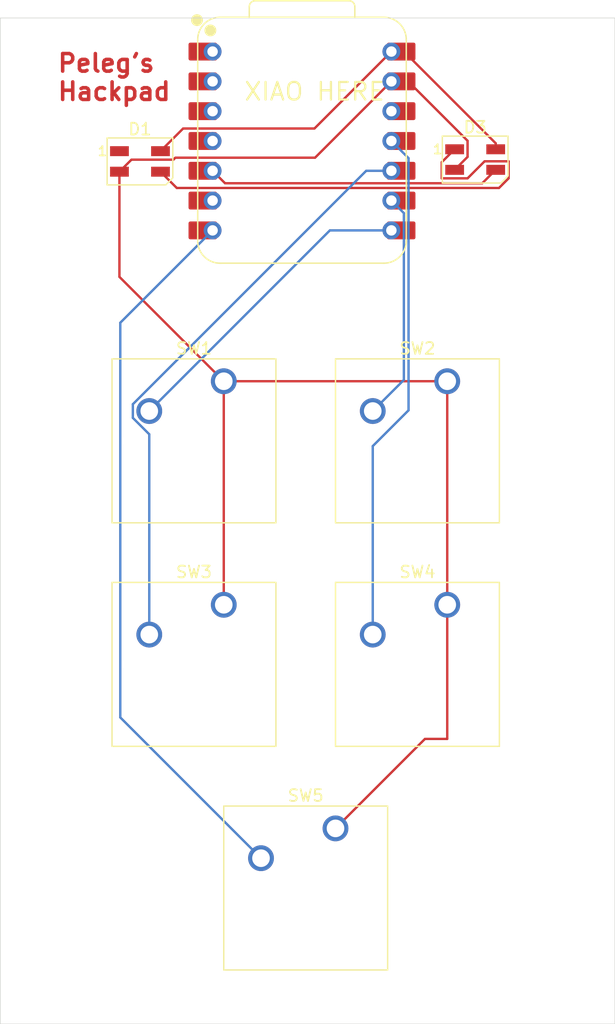
<source format=kicad_pcb>
(kicad_pcb (version 20241229) (generator "pcbnew") (generator_version "9.0")
  (layers (0 "F.Cu" signal) (2 "B.Cu" signal) (13 "F.Paste" user) (15 "B.Paste" user) (5 "F.SilkS" user "F.Silkscreen") (7 "B.SilkS" user "B.Silkscreen") (1 "F.Mask" user) (3 "B.Mask" user) (25 "Edge.Cuts" user))
  (net 0 "")
  (net 1 "GND")
  (net 3 "Net-(D1-DIN)")
  (net 4 "+5V")
  (net 5 "Net-(D3-DIN)")
  (net 6 "Net-(U1-GPIO1{slash}RX)")
  (net 7 "Net-(U1-GPIO2{slash}SCK)")
  (net 8 "Net-(U1-GPIO4{slash}MISO)")
  (net 9 "Net-(U1-GPIO3{slash}MOSI)")
  (net 15 "unconnected-(U1-GPIO0{slash}TX-Pad7)")
  (net 16 "Net-(U1-3V3)")
  (footprint "OPL:XIAO-RP2040-DIP" (layer "F.Cu") (at 213.83625 65.25075)
    (property "Reference" "U1" (hide yes))
    (property "Value" "XIAO-RP2040-DIP")
    (fp_line (start -8.89 8.509) (end -8.89 -8.636) (stroke (width 0.127)) (layer "F.SilkS"))
    (fp_line (start -6.985 10.414) (end 6.985 10.414) (stroke (width 0.127)) (layer "F.SilkS"))
    (fp_line (start -4.495 -10.541) (end -4.491272 -11.451272) (stroke (width 0.127)) (layer "F.SilkS"))
    (fp_line (start -3.991272 -11.951) (end 4.004 -11.951) (stroke (width 0.127)) (layer "F.SilkS"))
    (fp_line (start 4.504 -11.451) (end 4.504 -10.541) (stroke (width 0.127)) (layer "F.SilkS"))
    (fp_line (start 6.985 -10.541) (end -6.985 -10.541) (stroke (width 0.1)) (layer "F.SilkS"))
    (fp_line (start 6.985 -10.541) (end -6.985 -10.541) (stroke (width 0.127)) (layer "F.SilkS"))
    (fp_line (start 8.89 8.509) (end 8.89 -8.636) (stroke (width 0.127)) (layer "F.SilkS"))
    (fp_arc (start -8.89 -8.636) (mid -8.332038 -9.983038) (end -6.985 -10.541) (stroke (width 0.127)) (layer "F.SilkS"))
    (fp_arc (start -6.985 10.414) (mid -8.332038 9.856038) (end -8.89 8.509) (stroke (width 0.127)) (layer "F.SilkS"))
    (fp_arc (start -4.491272 -11.451272) (mid -4.344728 -11.80464) (end -3.991272 -11.951) (stroke (width 0.127)) (layer "F.SilkS"))
    (fp_arc (start 4.004 -11.951) (mid 4.357553 -11.804553) (end 4.504 -11.451) (stroke (width 0.127)) (layer "F.SilkS"))
    (fp_arc (start 6.985 -10.541) (mid 8.332038 -9.983038) (end 8.89 -8.636) (stroke (width 0.127)) (layer "F.SilkS"))
    (fp_arc (start 8.89 8.509) (mid 8.332038 9.856038) (end 6.985 10.414) (stroke (width 0.127)) (layer "F.SilkS"))
    (fp_circle (center -8.95 -10.3) (end -8.95 -10.554) (stroke (width 0.5)) (fill yes) (layer "F.SilkS"))
    (fp_circle (center -7.807 -9.42) (end -7.807 -9.674) (stroke (width 0.5)) (fill yes) (layer "F.SilkS"))
    (pad "1" smd roundrect (at -8.455 -7.62 180) (size 2.432 1.524) (layers "F.Cu" "F.Mask") (roundrect_rratio 0.1))
    (pad "1" thru_hole circle (at -7.62 -7.62 180) (size 1.524 1.524) (drill 0.889) (layers "*.Cu" "*.Mask"))
    (pad "2" smd roundrect (at -8.455 -5.08 180) (size 2.432 1.524) (layers "F.Cu" "F.Mask") (roundrect_rratio 0.1))
    (pad "2" thru_hole circle (at -7.62 -5.08 180) (size 1.524 1.524) (drill 0.889) (layers "*.Cu" "*.Mask"))
    (pad "3" smd roundrect (at -8.455 -2.54 180) (size 2.432 1.524) (layers "F.Cu" "F.Mask") (roundrect_rratio 0.1))
    (pad "3" thru_hole circle (at -7.62 -2.54 180) (size 1.524 1.524) (drill 0.889) (layers "*.Cu" "*.Mask"))
    (pad "4" smd roundrect (at -8.455 0 180) (size 2.432 1.524) (layers "F.Cu" "F.Mask") (roundrect_rratio 0.1))
    (pad "4" thru_hole circle (at -7.62 0 180) (size 1.524 1.524) (drill 0.889) (layers "*.Cu" "*.Mask"))
    (pad "5" smd roundrect (at -8.455 2.54 180) (size 2.432 1.524) (layers "F.Cu" "F.Mask") (roundrect_rratio 0.1) (net 5 "Net-(D3-DIN)"))
    (pad "5" thru_hole circle (at -7.62 2.54 180) (size 1.524 1.524) (drill 0.889) (layers "*.Cu" "*.Mask") (net 5 "Net-(D3-DIN)"))
    (pad "6" smd roundrect (at -8.455 5.08 180) (size 2.432 1.524) (layers "F.Cu" "F.Mask") (roundrect_rratio 0.1))
    (pad "6" thru_hole circle (at -7.62 5.08 180) (size 1.524 1.524) (drill 0.889) (layers "*.Cu" "*.Mask"))
    (pad "7" smd roundrect (at -8.455 7.62 180) (size 2.432 1.524) (layers "F.Cu" "F.Mask") (roundrect_rratio 0.1) (net 15 "unconnected-(U1-GPIO0{slash}TX-Pad7)"))
    (pad "7" thru_hole circle (at -7.62 7.62 180) (size 1.524 1.524) (drill 0.889) (layers "*.Cu" "*.Mask") (net 15 "unconnected-(U1-GPIO0{slash}TX-Pad7)"))
    (pad "8" thru_hole circle (at 7.62 7.62) (size 1.524 1.524) (drill 0.889) (layers "*.Cu" "*.Mask") (net 6 "Net-(U1-GPIO1{slash}RX)"))
    (pad "8" smd roundrect (at 8.455 7.62) (size 2.432 1.524) (layers "F.Cu" "F.Mask") (roundrect_rratio 0.1) (net 6 "Net-(U1-GPIO1{slash}RX)"))
    (pad "9" thru_hole circle (at 7.62 5.08) (size 1.524 1.524) (drill 0.889) (layers "*.Cu" "*.Mask") (net 7 "Net-(U1-GPIO2{slash}SCK)"))
    (pad "9" smd roundrect (at 8.455 5.08) (size 2.432 1.524) (layers "F.Cu" "F.Mask") (roundrect_rratio 0.1) (net 7 "Net-(U1-GPIO2{slash}SCK)"))
    (pad "10" thru_hole circle (at 7.62 2.54) (size 1.524 1.524) (drill 0.889) (layers "*.Cu" "*.Mask") (net 8 "Net-(U1-GPIO4{slash}MISO)"))
    (pad "10" smd roundrect (at 8.455 2.54) (size 2.432 1.524) (layers "F.Cu" "F.Mask") (roundrect_rratio 0.1) (net 8 "Net-(U1-GPIO4{slash}MISO)"))
    (pad "11" thru_hole circle (at 7.62 0) (size 1.524 1.524) (drill 0.889) (layers "*.Cu" "*.Mask") (net 9 "Net-(U1-GPIO3{slash}MOSI)"))
    (pad "11" smd roundrect (at 8.455 0) (size 2.432 1.524) (layers "F.Cu" "F.Mask") (roundrect_rratio 0.1) (net 9 "Net-(U1-GPIO3{slash}MOSI)"))
    (pad "12" thru_hole circle (at 7.62 -2.54) (size 1.524 1.524) (drill 0.889) (layers "*.Cu" "*.Mask") (net 16 "Net-(U1-3V3)"))
    (pad "12" smd roundrect (at 8.455 -2.54) (size 2.432 1.524) (layers "F.Cu" "F.Mask") (roundrect_rratio 0.1) (net 16 "Net-(U1-3V3)"))
    (pad "13" thru_hole circle (at 7.62 -5.08) (size 1.524 1.524) (drill 0.889) (layers "*.Cu" "*.Mask") (net 1 "GND"))
    (pad "13" smd roundrect (at 8.455 -5.08) (size 2.432 1.524) (layers "F.Cu" "F.Mask") (roundrect_rratio 0.1) (net 1 "GND"))
    (pad "14" thru_hole circle (at 7.62 -7.62) (size 1.524 1.524) (drill 0.889) (layers "*.Cu" "*.Mask") (net 4 "+5V"))
    (pad "14" smd roundrect (at 8.455 -7.62) (size 2.432 1.524) (layers "F.Cu" "F.Mask") (roundrect_rratio 0.1) (net 4 "+5V"))
  )
  (footprint "LED_SMD:LED_SK6812MINI_PLCC4_3.5x3.5mm_P1.75mm" (layer "F.Cu") (at 200.025 66.9925)
    (property "Reference" "D1" (at 0 -2.75 0) (layer "F.SilkS"))
    (property "Value" "SK6812MINI")
    (fp_line (start -2.8 -2) (end -2.8 2) (stroke (width 0.12)) (layer "F.SilkS"))
    (fp_line (start -2.8 -2) (end 2.8 -2) (stroke (width 0.12)) (layer "F.SilkS"))
    (fp_line (start -2.8 2) (end 2.2 2) (stroke (width 0.12)) (layer "F.SilkS"))
    (fp_line (start 2.8 1.4) (end 2.2 2) (stroke (width 0.12)) (layer "F.SilkS"))
    (fp_line (start 2.8 1.4) (end 2.8 -2) (stroke (width 0.12)) (layer "F.SilkS"))
    (fp_text user "1" (at -3.2 -0.875 0) (layer "F.SilkS") (effects (font (size 0.8 0.8))))
    (pad "1" smd rect (at -1.75 -0.875) (size 1.6 0.85) (layers "F.Cu" "F.Mask" "F.Paste"))
    (pad "2" smd rect (at -1.75 0.875) (size 1.6 0.85) (layers "F.Cu" "F.Mask" "F.Paste") (net 1 "GND"))
    (pad "3" smd rect (at 1.75 0.875) (size 1.6 0.85) (layers "F.Cu" "F.Mask" "F.Paste") (net 3 "Net-(D1-DIN)"))
    (pad "4" smd rect (at 1.75 -0.875) (size 1.6 0.85) (layers "F.Cu" "F.Mask" "F.Paste") (net 4 "+5V"))
  )
  (footprint "Button_Switch_Keyboard:SW_Cherry_MX_1.00u_PCB" (layer "F.Cu") (at 216.69375 123.831671)
    (property "Reference" "SW5" (at -2.54 -2.794 0) (layer "F.SilkS"))
    (property "Value" "SW_Push")
    (fp_line (start -9.525 -1.905) (end 4.445 -1.905) (stroke (width 0.12)) (layer "F.SilkS"))
    (fp_line (start -9.525 12.065) (end -9.525 -1.905) (stroke (width 0.12)) (layer "F.SilkS"))
    (fp_line (start 4.445 -1.905) (end 4.445 12.065) (stroke (width 0.12)) (layer "F.SilkS"))
    (fp_line (start 4.445 12.065) (end -9.525 12.065) (stroke (width 0.12)) (layer "F.SilkS"))
    (pad "" np_thru_hole circle (at -7.62 5.08) (size 1.7 1.7) (drill 1.7) (layers "*.Cu" "*.Mask"))
    (pad "" np_thru_hole circle (at -2.54 5.08) (size 4 4) (drill 4) (layers "*.Cu" "*.Mask"))
    (pad "" np_thru_hole circle (at 2.54 5.08) (size 1.7 1.7) (drill 1.7) (layers "*.Cu" "*.Mask"))
    (pad "1" thru_hole circle (at 0 0) (size 2.2 2.2) (drill 1.5) (layers "*.Cu" "*.Mask") (net 1 "GND"))
    (pad "2" thru_hole circle (at -6.35 2.54) (size 2.2 2.2) (drill 1.5) (layers "*.Cu" "*.Mask") (net 15 "unconnected-(U1-GPIO0{slash}TX-Pad7)"))
  )
  (footprint "Button_Switch_Keyboard:SW_Cherry_MX_1.00u_PCB" (layer "F.Cu") (at 207.16875 85.725)
    (property "Reference" "SW1" (at -2.54 -2.794 0) (layer "F.SilkS"))
    (property "Value" "SW_Push")
    (fp_line (start -9.525 -1.905) (end 4.445 -1.905) (stroke (width 0.12)) (layer "F.SilkS"))
    (fp_line (start -9.525 12.065) (end -9.525 -1.905) (stroke (width 0.12)) (layer "F.SilkS"))
    (fp_line (start 4.445 -1.905) (end 4.445 12.065) (stroke (width 0.12)) (layer "F.SilkS"))
    (fp_line (start 4.445 12.065) (end -9.525 12.065) (stroke (width 0.12)) (layer "F.SilkS"))
    (pad "" np_thru_hole circle (at -7.62 5.08) (size 1.7 1.7) (drill 1.7) (layers "*.Cu" "*.Mask"))
    (pad "" np_thru_hole circle (at -2.54 5.08) (size 4 4) (drill 4) (layers "*.Cu" "*.Mask"))
    (pad "" np_thru_hole circle (at 2.54 5.08) (size 1.7 1.7) (drill 1.7) (layers "*.Cu" "*.Mask"))
    (pad "1" thru_hole circle (at 0 0) (size 2.2 2.2) (drill 1.5) (layers "*.Cu" "*.Mask") (net 1 "GND"))
    (pad "2" thru_hole circle (at -6.35 2.54) (size 2.2 2.2) (drill 1.5) (layers "*.Cu" "*.Mask") (net 6 "Net-(U1-GPIO1{slash}RX)"))
  )
  (footprint "Button_Switch_Keyboard:SW_Cherry_MX_1.00u_PCB" (layer "F.Cu") (at 226.21875 104.775)
    (property "Reference" "SW4" (at -2.54 -2.794 0) (layer "F.SilkS"))
    (property "Value" "SW_Push")
    (fp_line (start -9.525 -1.905) (end 4.445 -1.905) (stroke (width 0.12)) (layer "F.SilkS"))
    (fp_line (start -9.525 12.065) (end -9.525 -1.905) (stroke (width 0.12)) (layer "F.SilkS"))
    (fp_line (start 4.445 -1.905) (end 4.445 12.065) (stroke (width 0.12)) (layer "F.SilkS"))
    (fp_line (start 4.445 12.065) (end -9.525 12.065) (stroke (width 0.12)) (layer "F.SilkS"))
    (pad "" np_thru_hole circle (at -7.62 5.08) (size 1.7 1.7) (drill 1.7) (layers "*.Cu" "*.Mask"))
    (pad "" np_thru_hole circle (at -2.54 5.08) (size 4 4) (drill 4) (layers "*.Cu" "*.Mask"))
    (pad "" np_thru_hole circle (at 2.54 5.08) (size 1.7 1.7) (drill 1.7) (layers "*.Cu" "*.Mask"))
    (pad "1" thru_hole circle (at 0 0) (size 2.2 2.2) (drill 1.5) (layers "*.Cu" "*.Mask") (net 1 "GND"))
    (pad "2" thru_hole circle (at -6.35 2.54) (size 2.2 2.2) (drill 1.5) (layers "*.Cu" "*.Mask") (net 9 "Net-(U1-GPIO3{slash}MOSI)"))
  )
  (footprint "LED_SMD:LED_SK6812MINI_PLCC4_3.5x3.5mm_P1.75mm" (layer "F.Cu") (at 228.6 66.83375)
    (property "Reference" "D3" (at 0 -2.75 0) (layer "F.SilkS"))
    (property "Value" "SK6812MINI")
    (fp_line (start -2.8 -2) (end -2.8 2) (stroke (width 0.12)) (layer "F.SilkS"))
    (fp_line (start -2.8 -2) (end 2.8 -2) (stroke (width 0.12)) (layer "F.SilkS"))
    (fp_line (start -2.8 2) (end 2.2 2) (stroke (width 0.12)) (layer "F.SilkS"))
    (fp_line (start 2.8 1.4) (end 2.2 2) (stroke (width 0.12)) (layer "F.SilkS"))
    (fp_line (start 2.8 1.4) (end 2.8 -2) (stroke (width 0.12)) (layer "F.SilkS"))
    (fp_text user "1" (at -3.2 -0.875 0) (layer "F.SilkS") (effects (font (size 0.8 0.8))))
    (pad "1" smd rect (at -1.75 -0.875) (size 1.6 0.85) (layers "F.Cu" "F.Mask" "F.Paste") (net 3 "Net-(D1-DIN)"))
    (pad "2" smd rect (at -1.75 0.875) (size 1.6 0.85) (layers "F.Cu" "F.Mask" "F.Paste") (net 1 "GND"))
    (pad "3" smd rect (at 1.75 0.875) (size 1.6 0.85) (layers "F.Cu" "F.Mask" "F.Paste") (net 5 "Net-(D3-DIN)"))
    (pad "4" smd rect (at 1.75 -0.875) (size 1.6 0.85) (layers "F.Cu" "F.Mask" "F.Paste") (net 4 "+5V"))
  )
  (footprint "Button_Switch_Keyboard:SW_Cherry_MX_1.00u_PCB" (layer "F.Cu") (at 207.16875 104.775)
    (property "Reference" "SW3" (at -2.54 -2.794 0) (layer "F.SilkS"))
    (property "Value" "SW_Push")
    (fp_line (start -9.525 -1.905) (end 4.445 -1.905) (stroke (width 0.12)) (layer "F.SilkS"))
    (fp_line (start -9.525 12.065) (end -9.525 -1.905) (stroke (width 0.12)) (layer "F.SilkS"))
    (fp_line (start 4.445 -1.905) (end 4.445 12.065) (stroke (width 0.12)) (layer "F.SilkS"))
    (fp_line (start 4.445 12.065) (end -9.525 12.065) (stroke (width 0.12)) (layer "F.SilkS"))
    (pad "" np_thru_hole circle (at -7.62 5.08) (size 1.7 1.7) (drill 1.7) (layers "*.Cu" "*.Mask"))
    (pad "" np_thru_hole circle (at -2.54 5.08) (size 4 4) (drill 4) (layers "*.Cu" "*.Mask"))
    (pad "" np_thru_hole circle (at 2.54 5.08) (size 1.7 1.7) (drill 1.7) (layers "*.Cu" "*.Mask"))
    (pad "1" thru_hole circle (at 0 0) (size 2.2 2.2) (drill 1.5) (layers "*.Cu" "*.Mask") (net 1 "GND"))
    (pad "2" thru_hole circle (at -6.35 2.54) (size 2.2 2.2) (drill 1.5) (layers "*.Cu" "*.Mask") (net 8 "Net-(U1-GPIO4{slash}MISO)"))
  )
  (footprint "Button_Switch_Keyboard:SW_Cherry_MX_1.00u_PCB" (layer "F.Cu") (at 226.21875 85.725)
    (property "Reference" "SW2" (at -2.54 -2.794 0) (layer "F.SilkS"))
    (property "Value" "SW_Push")
    (fp_line (start -9.525 -1.905) (end 4.445 -1.905) (stroke (width 0.12)) (layer "F.SilkS"))
    (fp_line (start -9.525 12.065) (end -9.525 -1.905) (stroke (width 0.12)) (layer "F.SilkS"))
    (fp_line (start 4.445 -1.905) (end 4.445 12.065) (stroke (width 0.12)) (layer "F.SilkS"))
    (fp_line (start 4.445 12.065) (end -9.525 12.065) (stroke (width 0.12)) (layer "F.SilkS"))
    (pad "" np_thru_hole circle (at -7.62 5.08) (size 1.7 1.7) (drill 1.7) (layers "*.Cu" "*.Mask"))
    (pad "" np_thru_hole circle (at -2.54 5.08) (size 4 4) (drill 4) (layers "*.Cu" "*.Mask"))
    (pad "" np_thru_hole circle (at 2.54 5.08) (size 1.7 1.7) (drill 1.7) (layers "*.Cu" "*.Mask"))
    (pad "1" thru_hole circle (at 0 0) (size 2.2 2.2) (drill 1.5) (layers "*.Cu" "*.Mask") (net 1 "GND"))
    (pad "2" thru_hole circle (at -6.35 2.54) (size 2.2 2.2) (drill 1.5) (layers "*.Cu" "*.Mask") (net 7 "Net-(U1-GPIO2{slash}SCK)"))
  )
  (gr_rect (start 188.11875 54.76875) (end 240.50625 140.49375) (stroke (width 0.05)) (fill no) (layer "Edge.Cuts"))
  (gr_text "Peleg's\nHackpad" (at 192.88125 61.9125 0) (layer "F.Cu") (effects (font (size 1.5 1.5) (thickness 0.3) (bold yes)) (justify left bottom)))
  (gr_text "XIAO HERE" (at 214.910313 61.9125 0) (layer "F.SilkS") (effects (font (size 1.5 1.5) (thickness 0.1875)) (justify bottom)))
  (segment (start 227.951 66.60775) (end 226.85 67.70875) (width 0.2) (layer "F.Cu") (net 1))
  (segment (start 224.320421 116.205) (end 216.69375 123.831671) (width 0.2) (layer "F.Cu") (net 1))
  (segment (start 203.0445 66.675) (end 202.876 66.8435) (width 0.2) (layer "F.Cu") (net 1))
  (segment (start 207.16875 85.725) (end 198.275 76.83125) (width 0.2) (layer "F.Cu") (net 1))
  (segment (start 221.45625 60.17075) (end 222.889 60.17075) (width 0.2) (layer "F.Cu") (net 1))
  (segment (start 198.275 76.83125) (end 198.275 67.8675) (width 0.2) (layer "F.Cu") (net 1))
  (segment (start 202.876 66.8435) (end 199.299 66.8435) (width 0.2) (layer "F.Cu") (net 1))
  (segment (start 226.21875 116.205) (end 224.320421 116.205) (width 0.2) (layer "F.Cu") (net 1))
  (segment (start 214.952 66.675) (end 203.0445 66.675) (width 0.2) (layer "F.Cu") (net 1))
  (segment (start 227.951 65.23275) (end 227.951 66.60775) (width 0.2) (layer "F.Cu") (net 1))
  (segment (start 221.45625 60.17075) (end 214.952 66.675) (width 0.2) (layer "F.Cu") (net 1))
  (segment (start 226.21875 85.725) (end 207.16875 85.725) (width 0.2) (layer "F.Cu") (net 1))
  (segment (start 226.21875 104.775) (end 226.21875 85.725) (width 0.2) (layer "F.Cu") (net 1))
  (segment (start 207.16875 85.725) (end 207.16875 104.775) (width 0.2) (layer "F.Cu") (net 1))
  (segment (start 199.299 66.8435) (end 198.275 67.8675) (width 0.2) (layer "F.Cu") (net 1))
  (segment (start 222.889 60.17075) (end 227.951 65.23275) (width 0.2) (layer "F.Cu") (net 1))
  (segment (start 226.21875 116.205) (end 226.21875 104.775) (width 0.2) (layer "F.Cu") (net 1))
  (segment (start 230.631 69.25475) (end 231.451 68.43475) (width 0.2) (layer "F.Cu") (net 3))
  (segment (start 227.951 68.43475) (end 225.749 68.43475) (width 0.2) (layer "F.Cu") (net 3))
  (segment (start 231.451 66.98275) (end 229.403 66.98275) (width 0.2) (layer "F.Cu") (net 3))
  (segment (start 231.451 68.43475) (end 231.451 66.98275) (width 0.2) (layer "F.Cu") (net 3))
  (segment (start 225.749 68.43475) (end 225.749 67.05975) (width 0.2) (layer "F.Cu") (net 3))
  (segment (start 203.16225 69.25475) (end 230.631 69.25475) (width 0.2) (layer "F.Cu") (net 3))
  (segment (start 225.749 67.05975) (end 226.85 65.95875) (width 0.2) (layer "F.Cu") (net 3))
  (segment (start 201.775 67.8675) (end 203.16225 69.25475) (width 0.2) (layer "F.Cu") (net 3))
  (segment (start 229.403 66.98275) (end 227.951 68.43475) (width 0.2) (layer "F.Cu") (net 3))
  (segment (start 221.45625 57.63075) (end 214.89925 64.18775) (width 0.2) (layer "F.Cu") (net 4))
  (segment (start 203.70475 64.18775) (end 201.775 66.1175) (width 0.2) (layer "F.Cu") (net 4))
  (segment (start 221.45625 57.63075) (end 222.53388 57.63075) (width 0.2) (layer "F.Cu") (net 4))
  (segment (start 230.35 65.44687) (end 230.35 65.95875) (width 0.2) (layer "F.Cu") (net 4))
  (segment (start 222.53388 57.63075) (end 230.35 65.44687) (width 0.2) (layer "F.Cu") (net 4))
  (segment (start 214.89925 64.18775) (end 203.70475 64.18775) (width 0.2) (layer "F.Cu") (net 4))
  (segment (start 230.35 67.70875) (end 229.205 68.85375) (width 0.2) (layer "F.Cu") (net 5))
  (segment (start 207.27925 68.85375) (end 206.21625 67.79075) (width 0.2) (layer "F.Cu") (net 5))
  (segment (start 229.205 68.85375) (end 207.27925 68.85375) (width 0.2) (layer "F.Cu") (net 5))
  (segment (start 216.213 72.87075) (end 221.45625 72.87075) (width 0.2) (layer "B.Cu") (net 6))
  (segment (start 200.81875 88.265) (end 216.213 72.87075) (width 0.2) (layer "B.Cu") (net 6))
  (segment (start 222.51925 71.39375) (end 221.45625 70.33075) (width 0.2) (layer "B.Cu") (net 7))
  (segment (start 222.51925 85.6145) (end 222.51925 71.39375) (width 0.2) (layer "B.Cu") (net 7))
  (segment (start 219.86875 88.265) (end 222.51925 85.6145) (width 0.2) (layer "B.Cu") (net 7))
  (segment (start 200.81875 107.315) (end 200.81875 90.246314) (width 0.2) (layer "B.Cu") (net 8))
  (segment (start 200.81875 90.246314) (end 199.41775 88.845314) (width 0.2) (layer "B.Cu") (net 8))
  (segment (start 199.41775 87.684686) (end 219.311686 67.79075) (width 0.2) (layer "B.Cu") (net 8))
  (segment (start 219.311686 67.79075) (end 221.45625 67.79075) (width 0.2) (layer "B.Cu") (net 8))
  (segment (start 199.41775 88.845314) (end 199.41775 87.684686) (width 0.2) (layer "B.Cu") (net 8))
  (segment (start 219.86875 91.254314) (end 222.92025 88.202814) (width 0.2) (layer "B.Cu") (net 9))
  (segment (start 219.86875 107.315) (end 219.86875 91.254314) (width 0.2) (layer "B.Cu") (net 9))
  (segment (start 222.92025 88.202814) (end 222.92025 66.71475) (width 0.2) (layer "B.Cu") (net 9))
  (segment (start 222.92025 66.71475) (end 221.45625 65.25075) (width 0.2) (layer "B.Cu") (net 9))
  (segment (start 198.34775 114.375671) (end 198.34775 80.73925) (width 0.2) (layer "B.Cu") (net 15))
  (segment (start 198.34775 80.73925) (end 206.21625 72.87075) (width 0.2) (layer "B.Cu") (net 15))
  (segment (start 210.34375 126.371671) (end 198.34775 114.375671) (width 0.2) (layer "B.Cu") (net 15))
)
</source>
